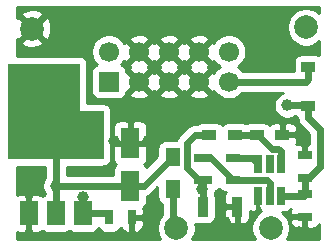
<source format=gbr>
G04 #@! TF.GenerationSoftware,KiCad,Pcbnew,(5.1.5)-3*
G04 #@! TF.CreationDate,2020-11-28T16:28:13+00:00*
G04 #@! TF.ProjectId,Retrospector_Power_Test_TPS561201,52657472-6f73-4706-9563-746f725f506f,rev?*
G04 #@! TF.SameCoordinates,Original*
G04 #@! TF.FileFunction,Copper,L1,Top*
G04 #@! TF.FilePolarity,Positive*
%FSLAX46Y46*%
G04 Gerber Fmt 4.6, Leading zero omitted, Abs format (unit mm)*
G04 Created by KiCad (PCBNEW (5.1.5)-3) date 2020-11-28 16:28:13*
%MOMM*%
%LPD*%
G04 APERTURE LIST*
%ADD10C,0.100000*%
%ADD11R,0.700000X1.300000*%
%ADD12R,0.650000X1.560000*%
%ADD13R,1.600000X0.800000*%
%ADD14R,0.900000X1.700000*%
%ADD15R,1.300000X0.700000*%
%ADD16C,1.700000*%
%ADD17R,1.700000X1.700000*%
%ADD18R,3.800000X2.000000*%
%ADD19R,1.500000X2.000000*%
%ADD20R,1.200000X0.900000*%
%ADD21C,2.000000*%
%ADD22R,1.300000X1.500000*%
%ADD23R,1.600000X2.600000*%
%ADD24C,1.000000*%
%ADD25C,0.600000*%
%ADD26C,0.254000*%
G04 APERTURE END LIST*
D10*
G36*
X91000000Y-58500000D02*
G01*
X93000000Y-58500000D01*
X93000000Y-62500000D01*
X85000000Y-62500000D01*
X85000000Y-54500000D01*
X91000000Y-54500000D01*
X91000000Y-58500000D01*
G37*
X91000000Y-58500000D02*
X93000000Y-58500000D01*
X93000000Y-62500000D01*
X85000000Y-62500000D01*
X85000000Y-54500000D01*
X91000000Y-54500000D01*
X91000000Y-58500000D01*
D11*
X93550000Y-67500000D03*
X95450000Y-67500000D03*
D12*
X106150000Y-65650000D03*
X107100000Y-65650000D03*
X108050000Y-65650000D03*
X108050000Y-62950000D03*
X106150000Y-62950000D03*
X107100000Y-62950000D03*
D13*
X101500000Y-62500000D03*
X101500000Y-64300000D03*
D14*
X101450000Y-66600000D03*
X104350000Y-66600000D03*
D15*
X104000000Y-64350000D03*
X104000000Y-62450000D03*
X110100000Y-64150000D03*
X110100000Y-62250000D03*
X110100000Y-65550000D03*
X110100000Y-67450000D03*
D16*
X103660000Y-53460000D03*
X103660000Y-56000000D03*
X101120000Y-53460000D03*
X101120000Y-56000000D03*
X98580000Y-53460000D03*
X98580000Y-56000000D03*
X96040000Y-53460000D03*
X96040000Y-56000000D03*
X93500000Y-53460000D03*
D17*
X93500000Y-56000000D03*
D18*
X89000000Y-60850000D03*
D19*
X89000000Y-67150000D03*
X91300000Y-67150000D03*
X86700000Y-67150000D03*
D20*
X106000000Y-60500000D03*
X108200000Y-60500000D03*
X102000000Y-60500000D03*
X104200000Y-60500000D03*
D21*
X110200000Y-51400000D03*
X99200000Y-68400000D03*
X107200000Y-68400000D03*
X87000000Y-51500000D03*
D22*
X98900000Y-65050000D03*
X98900000Y-62350000D03*
D20*
X110400000Y-58050000D03*
X110400000Y-54750000D03*
D23*
X95300000Y-64800000D03*
X95300000Y-61200000D03*
D24*
X108600000Y-58000000D03*
X110100000Y-61100000D03*
X109600000Y-68700000D03*
X103300000Y-67900000D03*
X86700000Y-65400000D03*
X86700000Y-69000000D03*
X96800000Y-61000000D03*
X93900000Y-61000000D03*
X95300000Y-59100000D03*
X89000000Y-64800000D03*
X101350000Y-65100000D03*
X91300000Y-65800000D03*
D25*
X110400000Y-64150000D02*
X110100000Y-64150000D01*
X111350000Y-63200000D02*
X110400000Y-64150000D01*
X110400000Y-59100000D02*
X111350000Y-60050000D01*
X111350000Y-60050000D02*
X111350000Y-63200000D01*
X110400000Y-58050000D02*
X110400000Y-59100000D01*
X110100000Y-64150000D02*
X110100000Y-65550000D01*
X110000000Y-65650000D02*
X110100000Y-65550000D01*
X108050000Y-65650000D02*
X110000000Y-65650000D01*
X110350000Y-58000000D02*
X110400000Y-58050000D01*
X108600000Y-58000000D02*
X110350000Y-58000000D01*
X110400000Y-55800000D02*
X110400000Y-54750000D01*
X110200000Y-56000000D02*
X110400000Y-55800000D01*
X103660000Y-56000000D02*
X110200000Y-56000000D01*
X98900000Y-68100000D02*
X99200000Y-68400000D01*
X98900000Y-65050000D02*
X98900000Y-68100000D01*
X89000000Y-60850000D02*
X89000000Y-62450000D01*
X89000000Y-62450000D02*
X89000000Y-64800000D01*
X95300000Y-64800000D02*
X89000000Y-64800000D01*
X89000000Y-64800000D02*
X89000000Y-67150000D01*
X96450000Y-64800000D02*
X98900000Y-62350000D01*
X95300000Y-64800000D02*
X96450000Y-64800000D01*
X101100000Y-64300000D02*
X101500000Y-64300000D01*
X100100000Y-63300000D02*
X101100000Y-64300000D01*
X100100000Y-61200000D02*
X100100000Y-63300000D01*
X100800000Y-60500000D02*
X100100000Y-61200000D01*
X102000000Y-60500000D02*
X100800000Y-60500000D01*
X101500000Y-66550000D02*
X101450000Y-66600000D01*
X101500000Y-64300000D02*
X101500000Y-66550000D01*
X93200000Y-67150000D02*
X93550000Y-67500000D01*
X91300000Y-67150000D02*
X93200000Y-67150000D01*
X91300000Y-65800000D02*
X91300000Y-67150000D01*
X105250000Y-64350000D02*
X104000000Y-64350000D01*
X107100000Y-64594998D02*
X106855002Y-64350000D01*
X106855002Y-64350000D02*
X105250000Y-64350000D01*
X107100000Y-65650000D02*
X107100000Y-64594998D01*
X102150000Y-62500000D02*
X104000000Y-64350000D01*
X101500000Y-62500000D02*
X102150000Y-62500000D01*
X105650000Y-62450000D02*
X106150000Y-62950000D01*
X104000000Y-62450000D02*
X105650000Y-62450000D01*
X104200000Y-60500000D02*
X106000000Y-60500000D01*
X108050000Y-61894998D02*
X108050000Y-62950000D01*
X107825001Y-61669999D02*
X108050000Y-61894998D01*
X106150000Y-60500000D02*
X107319999Y-61669999D01*
X107319999Y-61669999D02*
X107825001Y-61669999D01*
X106000000Y-60500000D02*
X106150000Y-60500000D01*
D26*
G36*
X108860498Y-66855820D02*
G01*
X108824188Y-66975518D01*
X108811928Y-67100000D01*
X108815000Y-67164250D01*
X108973750Y-67323000D01*
X109973000Y-67323000D01*
X109973000Y-67303000D01*
X110227000Y-67303000D01*
X110227000Y-67323000D01*
X110247000Y-67323000D01*
X110247000Y-67577000D01*
X110227000Y-67577000D01*
X110227000Y-68276250D01*
X110385750Y-68435000D01*
X110750000Y-68438072D01*
X110874482Y-68425812D01*
X110994180Y-68389502D01*
X111104494Y-68330537D01*
X111201185Y-68251185D01*
X111280537Y-68154494D01*
X111315000Y-68090019D01*
X111315000Y-69315000D01*
X108555014Y-69315000D01*
X108648918Y-69174463D01*
X108772168Y-68876912D01*
X108835000Y-68561033D01*
X108835000Y-68238967D01*
X108772168Y-67923088D01*
X108721184Y-67800000D01*
X108811928Y-67800000D01*
X108824188Y-67924482D01*
X108860498Y-68044180D01*
X108919463Y-68154494D01*
X108998815Y-68251185D01*
X109095506Y-68330537D01*
X109205820Y-68389502D01*
X109325518Y-68425812D01*
X109450000Y-68438072D01*
X109814250Y-68435000D01*
X109973000Y-68276250D01*
X109973000Y-67577000D01*
X108973750Y-67577000D01*
X108815000Y-67735750D01*
X108811928Y-67800000D01*
X108721184Y-67800000D01*
X108648918Y-67625537D01*
X108469987Y-67357748D01*
X108242252Y-67130013D01*
X108149551Y-67068072D01*
X108375000Y-67068072D01*
X108499482Y-67055812D01*
X108619180Y-67019502D01*
X108729494Y-66960537D01*
X108826185Y-66881185D01*
X108885709Y-66808655D01*
X108860498Y-66855820D01*
G37*
X108860498Y-66855820D02*
X108824188Y-66975518D01*
X108811928Y-67100000D01*
X108815000Y-67164250D01*
X108973750Y-67323000D01*
X109973000Y-67323000D01*
X109973000Y-67303000D01*
X110227000Y-67303000D01*
X110227000Y-67323000D01*
X110247000Y-67323000D01*
X110247000Y-67577000D01*
X110227000Y-67577000D01*
X110227000Y-68276250D01*
X110385750Y-68435000D01*
X110750000Y-68438072D01*
X110874482Y-68425812D01*
X110994180Y-68389502D01*
X111104494Y-68330537D01*
X111201185Y-68251185D01*
X111280537Y-68154494D01*
X111315000Y-68090019D01*
X111315000Y-69315000D01*
X108555014Y-69315000D01*
X108648918Y-69174463D01*
X108772168Y-68876912D01*
X108835000Y-68561033D01*
X108835000Y-68238967D01*
X108772168Y-67923088D01*
X108721184Y-67800000D01*
X108811928Y-67800000D01*
X108824188Y-67924482D01*
X108860498Y-68044180D01*
X108919463Y-68154494D01*
X108998815Y-68251185D01*
X109095506Y-68330537D01*
X109205820Y-68389502D01*
X109325518Y-68425812D01*
X109450000Y-68438072D01*
X109814250Y-68435000D01*
X109973000Y-68276250D01*
X109973000Y-67577000D01*
X108973750Y-67577000D01*
X108815000Y-67735750D01*
X108811928Y-67800000D01*
X108721184Y-67800000D01*
X108648918Y-67625537D01*
X108469987Y-67357748D01*
X108242252Y-67130013D01*
X108149551Y-67068072D01*
X108375000Y-67068072D01*
X108499482Y-67055812D01*
X108619180Y-67019502D01*
X108729494Y-66960537D01*
X108826185Y-66881185D01*
X108885709Y-66808655D01*
X108860498Y-66855820D01*
G36*
X88065001Y-64156380D02*
G01*
X87994176Y-64262376D01*
X87908617Y-64468933D01*
X87865000Y-64688212D01*
X87865000Y-64911788D01*
X87908617Y-65131067D01*
X87994176Y-65337624D01*
X88065000Y-65443620D01*
X88065000Y-65542546D01*
X88005820Y-65560498D01*
X87895506Y-65619463D01*
X87850000Y-65656809D01*
X87804494Y-65619463D01*
X87694180Y-65560498D01*
X87574482Y-65524188D01*
X87450000Y-65511928D01*
X86985750Y-65515000D01*
X86827000Y-65673750D01*
X86827000Y-67023000D01*
X86847000Y-67023000D01*
X86847000Y-67277000D01*
X86827000Y-67277000D01*
X86827000Y-68626250D01*
X86985750Y-68785000D01*
X87450000Y-68788072D01*
X87574482Y-68775812D01*
X87694180Y-68739502D01*
X87804494Y-68680537D01*
X87850000Y-68643191D01*
X87895506Y-68680537D01*
X88005820Y-68739502D01*
X88125518Y-68775812D01*
X88250000Y-68788072D01*
X89750000Y-68788072D01*
X89874482Y-68775812D01*
X89994180Y-68739502D01*
X90104494Y-68680537D01*
X90150000Y-68643191D01*
X90195506Y-68680537D01*
X90305820Y-68739502D01*
X90425518Y-68775812D01*
X90550000Y-68788072D01*
X92050000Y-68788072D01*
X92174482Y-68775812D01*
X92294180Y-68739502D01*
X92404494Y-68680537D01*
X92501185Y-68601185D01*
X92580537Y-68504494D01*
X92625000Y-68421311D01*
X92669463Y-68504494D01*
X92748815Y-68601185D01*
X92845506Y-68680537D01*
X92955820Y-68739502D01*
X93075518Y-68775812D01*
X93200000Y-68788072D01*
X93900000Y-68788072D01*
X94024482Y-68775812D01*
X94144180Y-68739502D01*
X94254494Y-68680537D01*
X94351185Y-68601185D01*
X94430537Y-68504494D01*
X94489502Y-68394180D01*
X94500000Y-68359573D01*
X94510498Y-68394180D01*
X94569463Y-68504494D01*
X94648815Y-68601185D01*
X94745506Y-68680537D01*
X94855820Y-68739502D01*
X94975518Y-68775812D01*
X95100000Y-68788072D01*
X95164250Y-68785000D01*
X95323000Y-68626250D01*
X95323000Y-67627000D01*
X95577000Y-67627000D01*
X95577000Y-68626250D01*
X95735750Y-68785000D01*
X95800000Y-68788072D01*
X95924482Y-68775812D01*
X96044180Y-68739502D01*
X96154494Y-68680537D01*
X96251185Y-68601185D01*
X96330537Y-68504494D01*
X96389502Y-68394180D01*
X96425812Y-68274482D01*
X96438072Y-68150000D01*
X96435000Y-67785750D01*
X96276250Y-67627000D01*
X95577000Y-67627000D01*
X95323000Y-67627000D01*
X95303000Y-67627000D01*
X95303000Y-67373000D01*
X95323000Y-67373000D01*
X95323000Y-67353000D01*
X95577000Y-67353000D01*
X95577000Y-67373000D01*
X96276250Y-67373000D01*
X96435000Y-67214250D01*
X96438072Y-66850000D01*
X96425812Y-66725518D01*
X96405022Y-66656981D01*
X96454494Y-66630537D01*
X96551185Y-66551185D01*
X96630537Y-66454494D01*
X96689502Y-66344180D01*
X96725812Y-66224482D01*
X96738072Y-66100000D01*
X96738072Y-65689686D01*
X96809540Y-65668007D01*
X96971972Y-65581186D01*
X97114344Y-65464344D01*
X97143630Y-65428659D01*
X97611928Y-64960361D01*
X97611928Y-65800000D01*
X97624188Y-65924482D01*
X97660498Y-66044180D01*
X97719463Y-66154494D01*
X97798815Y-66251185D01*
X97895506Y-66330537D01*
X97965000Y-66367683D01*
X97965001Y-67322760D01*
X97930013Y-67357748D01*
X97751082Y-67625537D01*
X97627832Y-67923088D01*
X97565000Y-68238967D01*
X97565000Y-68561033D01*
X97627832Y-68876912D01*
X97751082Y-69174463D01*
X97844986Y-69315000D01*
X85685000Y-69315000D01*
X85685000Y-68728373D01*
X85705820Y-68739502D01*
X85825518Y-68775812D01*
X85950000Y-68788072D01*
X86414250Y-68785000D01*
X86573000Y-68626250D01*
X86573000Y-67277000D01*
X86553000Y-67277000D01*
X86553000Y-67023000D01*
X86573000Y-67023000D01*
X86573000Y-65673750D01*
X86414250Y-65515000D01*
X85950000Y-65511928D01*
X85825518Y-65524188D01*
X85705820Y-65560498D01*
X85685000Y-65571627D01*
X85685000Y-63185000D01*
X88065000Y-63185000D01*
X88065001Y-64156380D01*
G37*
X88065001Y-64156380D02*
X87994176Y-64262376D01*
X87908617Y-64468933D01*
X87865000Y-64688212D01*
X87865000Y-64911788D01*
X87908617Y-65131067D01*
X87994176Y-65337624D01*
X88065000Y-65443620D01*
X88065000Y-65542546D01*
X88005820Y-65560498D01*
X87895506Y-65619463D01*
X87850000Y-65656809D01*
X87804494Y-65619463D01*
X87694180Y-65560498D01*
X87574482Y-65524188D01*
X87450000Y-65511928D01*
X86985750Y-65515000D01*
X86827000Y-65673750D01*
X86827000Y-67023000D01*
X86847000Y-67023000D01*
X86847000Y-67277000D01*
X86827000Y-67277000D01*
X86827000Y-68626250D01*
X86985750Y-68785000D01*
X87450000Y-68788072D01*
X87574482Y-68775812D01*
X87694180Y-68739502D01*
X87804494Y-68680537D01*
X87850000Y-68643191D01*
X87895506Y-68680537D01*
X88005820Y-68739502D01*
X88125518Y-68775812D01*
X88250000Y-68788072D01*
X89750000Y-68788072D01*
X89874482Y-68775812D01*
X89994180Y-68739502D01*
X90104494Y-68680537D01*
X90150000Y-68643191D01*
X90195506Y-68680537D01*
X90305820Y-68739502D01*
X90425518Y-68775812D01*
X90550000Y-68788072D01*
X92050000Y-68788072D01*
X92174482Y-68775812D01*
X92294180Y-68739502D01*
X92404494Y-68680537D01*
X92501185Y-68601185D01*
X92580537Y-68504494D01*
X92625000Y-68421311D01*
X92669463Y-68504494D01*
X92748815Y-68601185D01*
X92845506Y-68680537D01*
X92955820Y-68739502D01*
X93075518Y-68775812D01*
X93200000Y-68788072D01*
X93900000Y-68788072D01*
X94024482Y-68775812D01*
X94144180Y-68739502D01*
X94254494Y-68680537D01*
X94351185Y-68601185D01*
X94430537Y-68504494D01*
X94489502Y-68394180D01*
X94500000Y-68359573D01*
X94510498Y-68394180D01*
X94569463Y-68504494D01*
X94648815Y-68601185D01*
X94745506Y-68680537D01*
X94855820Y-68739502D01*
X94975518Y-68775812D01*
X95100000Y-68788072D01*
X95164250Y-68785000D01*
X95323000Y-68626250D01*
X95323000Y-67627000D01*
X95577000Y-67627000D01*
X95577000Y-68626250D01*
X95735750Y-68785000D01*
X95800000Y-68788072D01*
X95924482Y-68775812D01*
X96044180Y-68739502D01*
X96154494Y-68680537D01*
X96251185Y-68601185D01*
X96330537Y-68504494D01*
X96389502Y-68394180D01*
X96425812Y-68274482D01*
X96438072Y-68150000D01*
X96435000Y-67785750D01*
X96276250Y-67627000D01*
X95577000Y-67627000D01*
X95323000Y-67627000D01*
X95303000Y-67627000D01*
X95303000Y-67373000D01*
X95323000Y-67373000D01*
X95323000Y-67353000D01*
X95577000Y-67353000D01*
X95577000Y-67373000D01*
X96276250Y-67373000D01*
X96435000Y-67214250D01*
X96438072Y-66850000D01*
X96425812Y-66725518D01*
X96405022Y-66656981D01*
X96454494Y-66630537D01*
X96551185Y-66551185D01*
X96630537Y-66454494D01*
X96689502Y-66344180D01*
X96725812Y-66224482D01*
X96738072Y-66100000D01*
X96738072Y-65689686D01*
X96809540Y-65668007D01*
X96971972Y-65581186D01*
X97114344Y-65464344D01*
X97143630Y-65428659D01*
X97611928Y-64960361D01*
X97611928Y-65800000D01*
X97624188Y-65924482D01*
X97660498Y-66044180D01*
X97719463Y-66154494D01*
X97798815Y-66251185D01*
X97895506Y-66330537D01*
X97965000Y-66367683D01*
X97965001Y-67322760D01*
X97930013Y-67357748D01*
X97751082Y-67625537D01*
X97627832Y-67923088D01*
X97565000Y-68238967D01*
X97565000Y-68561033D01*
X97627832Y-68876912D01*
X97751082Y-69174463D01*
X97844986Y-69315000D01*
X85685000Y-69315000D01*
X85685000Y-68728373D01*
X85705820Y-68739502D01*
X85825518Y-68775812D01*
X85950000Y-68788072D01*
X86414250Y-68785000D01*
X86573000Y-68626250D01*
X86573000Y-67277000D01*
X86553000Y-67277000D01*
X86553000Y-67023000D01*
X86573000Y-67023000D01*
X86573000Y-65673750D01*
X86414250Y-65515000D01*
X85950000Y-65511928D01*
X85825518Y-65524188D01*
X85705820Y-65560498D01*
X85685000Y-65571627D01*
X85685000Y-63185000D01*
X88065000Y-63185000D01*
X88065001Y-64156380D01*
G36*
X102898815Y-65151185D02*
G01*
X102995506Y-65230537D01*
X103105820Y-65289502D01*
X103225518Y-65325812D01*
X103350000Y-65338072D01*
X103416598Y-65338072D01*
X103369463Y-65395506D01*
X103310498Y-65505820D01*
X103274188Y-65625518D01*
X103261928Y-65750000D01*
X103265000Y-66314250D01*
X103423750Y-66473000D01*
X104223000Y-66473000D01*
X104223000Y-66453000D01*
X104477000Y-66453000D01*
X104477000Y-66473000D01*
X104497000Y-66473000D01*
X104497000Y-66727000D01*
X104477000Y-66727000D01*
X104477000Y-67926250D01*
X104635750Y-68085000D01*
X104800000Y-68088072D01*
X104924482Y-68075812D01*
X105044180Y-68039502D01*
X105154494Y-67980537D01*
X105251185Y-67901185D01*
X105330537Y-67804494D01*
X105389502Y-67694180D01*
X105425812Y-67574482D01*
X105438072Y-67450000D01*
X105435250Y-66931603D01*
X105470506Y-66960537D01*
X105580820Y-67019502D01*
X105700518Y-67055812D01*
X105825000Y-67068072D01*
X105864250Y-67065000D01*
X106023000Y-66906250D01*
X106023000Y-65777000D01*
X106003000Y-65777000D01*
X106003000Y-65523000D01*
X106023000Y-65523000D01*
X106023000Y-65503000D01*
X106136928Y-65503000D01*
X106136928Y-66430000D01*
X106149188Y-66554482D01*
X106185498Y-66674180D01*
X106244463Y-66784494D01*
X106277000Y-66824141D01*
X106277000Y-66906250D01*
X106363370Y-66992620D01*
X106157748Y-67130013D01*
X105930013Y-67357748D01*
X105751082Y-67625537D01*
X105627832Y-67923088D01*
X105565000Y-68238967D01*
X105565000Y-68561033D01*
X105627832Y-68876912D01*
X105751082Y-69174463D01*
X105844986Y-69315000D01*
X100555014Y-69315000D01*
X100648918Y-69174463D01*
X100772168Y-68876912D01*
X100835000Y-68561033D01*
X100835000Y-68238967D01*
X100797861Y-68052255D01*
X100875518Y-68075812D01*
X101000000Y-68088072D01*
X101900000Y-68088072D01*
X102024482Y-68075812D01*
X102144180Y-68039502D01*
X102254494Y-67980537D01*
X102351185Y-67901185D01*
X102430537Y-67804494D01*
X102489502Y-67694180D01*
X102525812Y-67574482D01*
X102538072Y-67450000D01*
X103261928Y-67450000D01*
X103274188Y-67574482D01*
X103310498Y-67694180D01*
X103369463Y-67804494D01*
X103448815Y-67901185D01*
X103545506Y-67980537D01*
X103655820Y-68039502D01*
X103775518Y-68075812D01*
X103900000Y-68088072D01*
X104064250Y-68085000D01*
X104223000Y-67926250D01*
X104223000Y-66727000D01*
X103423750Y-66727000D01*
X103265000Y-66885750D01*
X103261928Y-67450000D01*
X102538072Y-67450000D01*
X102538072Y-65750000D01*
X102525812Y-65625518D01*
X102489502Y-65505820D01*
X102443597Y-65419938D01*
X102464749Y-65313597D01*
X102544180Y-65289502D01*
X102654494Y-65230537D01*
X102751185Y-65151185D01*
X102825000Y-65061241D01*
X102898815Y-65151185D01*
G37*
X102898815Y-65151185D02*
X102995506Y-65230537D01*
X103105820Y-65289502D01*
X103225518Y-65325812D01*
X103350000Y-65338072D01*
X103416598Y-65338072D01*
X103369463Y-65395506D01*
X103310498Y-65505820D01*
X103274188Y-65625518D01*
X103261928Y-65750000D01*
X103265000Y-66314250D01*
X103423750Y-66473000D01*
X104223000Y-66473000D01*
X104223000Y-66453000D01*
X104477000Y-66453000D01*
X104477000Y-66473000D01*
X104497000Y-66473000D01*
X104497000Y-66727000D01*
X104477000Y-66727000D01*
X104477000Y-67926250D01*
X104635750Y-68085000D01*
X104800000Y-68088072D01*
X104924482Y-68075812D01*
X105044180Y-68039502D01*
X105154494Y-67980537D01*
X105251185Y-67901185D01*
X105330537Y-67804494D01*
X105389502Y-67694180D01*
X105425812Y-67574482D01*
X105438072Y-67450000D01*
X105435250Y-66931603D01*
X105470506Y-66960537D01*
X105580820Y-67019502D01*
X105700518Y-67055812D01*
X105825000Y-67068072D01*
X105864250Y-67065000D01*
X106023000Y-66906250D01*
X106023000Y-65777000D01*
X106003000Y-65777000D01*
X106003000Y-65523000D01*
X106023000Y-65523000D01*
X106023000Y-65503000D01*
X106136928Y-65503000D01*
X106136928Y-66430000D01*
X106149188Y-66554482D01*
X106185498Y-66674180D01*
X106244463Y-66784494D01*
X106277000Y-66824141D01*
X106277000Y-66906250D01*
X106363370Y-66992620D01*
X106157748Y-67130013D01*
X105930013Y-67357748D01*
X105751082Y-67625537D01*
X105627832Y-67923088D01*
X105565000Y-68238967D01*
X105565000Y-68561033D01*
X105627832Y-68876912D01*
X105751082Y-69174463D01*
X105844986Y-69315000D01*
X100555014Y-69315000D01*
X100648918Y-69174463D01*
X100772168Y-68876912D01*
X100835000Y-68561033D01*
X100835000Y-68238967D01*
X100797861Y-68052255D01*
X100875518Y-68075812D01*
X101000000Y-68088072D01*
X101900000Y-68088072D01*
X102024482Y-68075812D01*
X102144180Y-68039502D01*
X102254494Y-67980537D01*
X102351185Y-67901185D01*
X102430537Y-67804494D01*
X102489502Y-67694180D01*
X102525812Y-67574482D01*
X102538072Y-67450000D01*
X103261928Y-67450000D01*
X103274188Y-67574482D01*
X103310498Y-67694180D01*
X103369463Y-67804494D01*
X103448815Y-67901185D01*
X103545506Y-67980537D01*
X103655820Y-68039502D01*
X103775518Y-68075812D01*
X103900000Y-68088072D01*
X104064250Y-68085000D01*
X104223000Y-67926250D01*
X104223000Y-66727000D01*
X103423750Y-66727000D01*
X103265000Y-66885750D01*
X103261928Y-67450000D01*
X102538072Y-67450000D01*
X102538072Y-65750000D01*
X102525812Y-65625518D01*
X102489502Y-65505820D01*
X102443597Y-65419938D01*
X102464749Y-65313597D01*
X102544180Y-65289502D01*
X102654494Y-65230537D01*
X102751185Y-65151185D01*
X102825000Y-65061241D01*
X102898815Y-65151185D01*
G36*
X111315001Y-50202762D02*
G01*
X111242252Y-50130013D01*
X110974463Y-49951082D01*
X110676912Y-49827832D01*
X110361033Y-49765000D01*
X110038967Y-49765000D01*
X109723088Y-49827832D01*
X109425537Y-49951082D01*
X109157748Y-50130013D01*
X108930013Y-50357748D01*
X108751082Y-50625537D01*
X108627832Y-50923088D01*
X108565000Y-51238967D01*
X108565000Y-51561033D01*
X108627832Y-51876912D01*
X108751082Y-52174463D01*
X108930013Y-52442252D01*
X109157748Y-52669987D01*
X109425537Y-52848918D01*
X109723088Y-52972168D01*
X110038967Y-53035000D01*
X110361033Y-53035000D01*
X110676912Y-52972168D01*
X110974463Y-52848918D01*
X111242252Y-52669987D01*
X111315001Y-52597238D01*
X111315001Y-53748353D01*
X111244180Y-53710498D01*
X111124482Y-53674188D01*
X111000000Y-53661928D01*
X109800000Y-53661928D01*
X109675518Y-53674188D01*
X109555820Y-53710498D01*
X109445506Y-53769463D01*
X109348815Y-53848815D01*
X109269463Y-53945506D01*
X109210498Y-54055820D01*
X109174188Y-54175518D01*
X109161928Y-54300000D01*
X109161928Y-55065000D01*
X104821247Y-55065000D01*
X104813475Y-55053368D01*
X104606632Y-54846525D01*
X104432240Y-54730000D01*
X104606632Y-54613475D01*
X104813475Y-54406632D01*
X104975990Y-54163411D01*
X105087932Y-53893158D01*
X105145000Y-53606260D01*
X105145000Y-53313740D01*
X105087932Y-53026842D01*
X104975990Y-52756589D01*
X104813475Y-52513368D01*
X104606632Y-52306525D01*
X104363411Y-52144010D01*
X104093158Y-52032068D01*
X103806260Y-51975000D01*
X103513740Y-51975000D01*
X103226842Y-52032068D01*
X102956589Y-52144010D01*
X102713368Y-52306525D01*
X102506525Y-52513368D01*
X102390689Y-52686729D01*
X102148397Y-52611208D01*
X101299605Y-53460000D01*
X102148397Y-54308792D01*
X102390689Y-54233271D01*
X102506525Y-54406632D01*
X102713368Y-54613475D01*
X102887760Y-54730000D01*
X102713368Y-54846525D01*
X102506525Y-55053368D01*
X102390689Y-55226729D01*
X102148397Y-55151208D01*
X101299605Y-56000000D01*
X102148397Y-56848792D01*
X102390689Y-56773271D01*
X102506525Y-56946632D01*
X102713368Y-57153475D01*
X102956589Y-57315990D01*
X103226842Y-57427932D01*
X103513740Y-57485000D01*
X103806260Y-57485000D01*
X104093158Y-57427932D01*
X104363411Y-57315990D01*
X104606632Y-57153475D01*
X104813475Y-56946632D01*
X104821247Y-56935000D01*
X108205239Y-56935000D01*
X108062376Y-56994176D01*
X107876480Y-57118388D01*
X107718388Y-57276480D01*
X107594176Y-57462376D01*
X107508617Y-57668933D01*
X107465000Y-57888212D01*
X107465000Y-58111788D01*
X107508617Y-58331067D01*
X107594176Y-58537624D01*
X107718388Y-58723520D01*
X107876480Y-58881612D01*
X108062376Y-59005824D01*
X108268933Y-59091383D01*
X108488212Y-59135000D01*
X108711788Y-59135000D01*
X108931067Y-59091383D01*
X109137624Y-59005824D01*
X109243619Y-58935000D01*
X109335532Y-58935000D01*
X109348815Y-58951185D01*
X109445506Y-59030537D01*
X109465001Y-59040957D01*
X109465001Y-59054059D01*
X109460476Y-59100000D01*
X109478529Y-59283291D01*
X109513573Y-59398815D01*
X109531994Y-59459540D01*
X109618815Y-59621972D01*
X109735657Y-59764344D01*
X109771336Y-59793625D01*
X110415000Y-60437289D01*
X110415000Y-61264753D01*
X110385750Y-61265000D01*
X110227000Y-61423750D01*
X110227000Y-62123000D01*
X110247000Y-62123000D01*
X110247000Y-62377000D01*
X110227000Y-62377000D01*
X110227000Y-62397000D01*
X109973000Y-62397000D01*
X109973000Y-62377000D01*
X109953000Y-62377000D01*
X109953000Y-62123000D01*
X109973000Y-62123000D01*
X109973000Y-61423750D01*
X109814250Y-61265000D01*
X109450000Y-61261928D01*
X109347915Y-61271982D01*
X109389502Y-61194180D01*
X109425812Y-61074482D01*
X109438072Y-60950000D01*
X109435000Y-60785750D01*
X109276250Y-60627000D01*
X108327000Y-60627000D01*
X108327000Y-60647000D01*
X108073000Y-60647000D01*
X108073000Y-60627000D01*
X108053000Y-60627000D01*
X108053000Y-60373000D01*
X108073000Y-60373000D01*
X108073000Y-59573750D01*
X108327000Y-59573750D01*
X108327000Y-60373000D01*
X109276250Y-60373000D01*
X109435000Y-60214250D01*
X109438072Y-60050000D01*
X109425812Y-59925518D01*
X109389502Y-59805820D01*
X109330537Y-59695506D01*
X109251185Y-59598815D01*
X109154494Y-59519463D01*
X109044180Y-59460498D01*
X108924482Y-59424188D01*
X108800000Y-59411928D01*
X108485750Y-59415000D01*
X108327000Y-59573750D01*
X108073000Y-59573750D01*
X107914250Y-59415000D01*
X107600000Y-59411928D01*
X107475518Y-59424188D01*
X107355820Y-59460498D01*
X107245506Y-59519463D01*
X107148815Y-59598815D01*
X107100000Y-59658296D01*
X107051185Y-59598815D01*
X106954494Y-59519463D01*
X106844180Y-59460498D01*
X106724482Y-59424188D01*
X106600000Y-59411928D01*
X105400000Y-59411928D01*
X105275518Y-59424188D01*
X105155820Y-59460498D01*
X105100000Y-59490335D01*
X105044180Y-59460498D01*
X104924482Y-59424188D01*
X104800000Y-59411928D01*
X103600000Y-59411928D01*
X103475518Y-59424188D01*
X103355820Y-59460498D01*
X103245506Y-59519463D01*
X103148815Y-59598815D01*
X103100000Y-59658296D01*
X103051185Y-59598815D01*
X102954494Y-59519463D01*
X102844180Y-59460498D01*
X102724482Y-59424188D01*
X102600000Y-59411928D01*
X101400000Y-59411928D01*
X101275518Y-59424188D01*
X101155820Y-59460498D01*
X101045506Y-59519463D01*
X100990019Y-59565000D01*
X100845924Y-59565000D01*
X100799999Y-59560477D01*
X100754074Y-59565000D01*
X100754068Y-59565000D01*
X100635110Y-59576717D01*
X100616707Y-59578529D01*
X100563243Y-59594747D01*
X100440460Y-59631993D01*
X100278028Y-59718814D01*
X100135656Y-59835656D01*
X100106374Y-59871336D01*
X99471341Y-60506370D01*
X99435656Y-60535656D01*
X99318814Y-60678029D01*
X99231993Y-60840461D01*
X99195147Y-60961928D01*
X98250000Y-60961928D01*
X98125518Y-60974188D01*
X98005820Y-61010498D01*
X97895506Y-61069463D01*
X97798815Y-61148815D01*
X97719463Y-61245506D01*
X97660498Y-61355820D01*
X97624188Y-61475518D01*
X97611928Y-61600000D01*
X97611928Y-62315782D01*
X96683367Y-63244343D01*
X96630537Y-63145506D01*
X96551185Y-63048815D01*
X96491704Y-63000000D01*
X96551185Y-62951185D01*
X96630537Y-62854494D01*
X96689502Y-62744180D01*
X96725812Y-62624482D01*
X96738072Y-62500000D01*
X96735000Y-61485750D01*
X96576250Y-61327000D01*
X95427000Y-61327000D01*
X95427000Y-61347000D01*
X95173000Y-61347000D01*
X95173000Y-61327000D01*
X94023750Y-61327000D01*
X93865000Y-61485750D01*
X93861928Y-62500000D01*
X93874188Y-62624482D01*
X93910498Y-62744180D01*
X93969463Y-62854494D01*
X94048815Y-62951185D01*
X94108296Y-63000000D01*
X94048815Y-63048815D01*
X93969463Y-63145506D01*
X93910498Y-63255820D01*
X93874188Y-63375518D01*
X93861928Y-63500000D01*
X93861928Y-63865000D01*
X89935000Y-63865000D01*
X89935000Y-63185000D01*
X93000000Y-63185000D01*
X93064145Y-63178710D01*
X93128356Y-63172867D01*
X93130662Y-63172188D01*
X93133051Y-63171954D01*
X93194723Y-63153334D01*
X93256606Y-63135121D01*
X93258736Y-63134008D01*
X93261033Y-63133314D01*
X93317886Y-63103084D01*
X93375081Y-63073184D01*
X93376955Y-63071677D01*
X93379073Y-63070551D01*
X93428986Y-63029843D01*
X93479269Y-62989414D01*
X93480813Y-62987573D01*
X93482674Y-62986056D01*
X93523766Y-62936384D01*
X93565203Y-62887002D01*
X93566360Y-62884898D01*
X93567891Y-62883047D01*
X93598541Y-62826361D01*
X93629608Y-62769850D01*
X93630335Y-62767558D01*
X93631476Y-62765448D01*
X93650524Y-62703916D01*
X93670031Y-62642420D01*
X93670299Y-62640032D01*
X93671009Y-62637738D01*
X93677746Y-62573634D01*
X93684933Y-62509564D01*
X93684965Y-62504950D01*
X93684983Y-62504782D01*
X93684968Y-62504614D01*
X93685000Y-62500000D01*
X93685000Y-59900000D01*
X93861928Y-59900000D01*
X93865000Y-60914250D01*
X94023750Y-61073000D01*
X95173000Y-61073000D01*
X95173000Y-59423750D01*
X95427000Y-59423750D01*
X95427000Y-61073000D01*
X96576250Y-61073000D01*
X96735000Y-60914250D01*
X96738072Y-59900000D01*
X96725812Y-59775518D01*
X96689502Y-59655820D01*
X96630537Y-59545506D01*
X96551185Y-59448815D01*
X96454494Y-59369463D01*
X96344180Y-59310498D01*
X96224482Y-59274188D01*
X96100000Y-59261928D01*
X95585750Y-59265000D01*
X95427000Y-59423750D01*
X95173000Y-59423750D01*
X95014250Y-59265000D01*
X94500000Y-59261928D01*
X94375518Y-59274188D01*
X94255820Y-59310498D01*
X94145506Y-59369463D01*
X94048815Y-59448815D01*
X93969463Y-59545506D01*
X93910498Y-59655820D01*
X93874188Y-59775518D01*
X93861928Y-59900000D01*
X93685000Y-59900000D01*
X93685000Y-58500000D01*
X93678710Y-58435855D01*
X93672867Y-58371644D01*
X93672188Y-58369338D01*
X93671954Y-58366949D01*
X93653334Y-58305277D01*
X93635121Y-58243394D01*
X93634008Y-58241264D01*
X93633314Y-58238967D01*
X93603084Y-58182114D01*
X93573184Y-58124919D01*
X93571677Y-58123045D01*
X93570551Y-58120927D01*
X93529843Y-58071014D01*
X93489414Y-58020731D01*
X93487573Y-58019187D01*
X93486056Y-58017326D01*
X93436384Y-57976234D01*
X93387002Y-57934797D01*
X93384898Y-57933640D01*
X93383047Y-57932109D01*
X93326361Y-57901459D01*
X93269850Y-57870392D01*
X93267558Y-57869665D01*
X93265448Y-57868524D01*
X93203916Y-57849476D01*
X93142420Y-57829969D01*
X93140032Y-57829701D01*
X93137738Y-57828991D01*
X93073634Y-57822254D01*
X93009564Y-57815067D01*
X93004950Y-57815035D01*
X93004782Y-57815017D01*
X93004614Y-57815032D01*
X93000000Y-57815000D01*
X91685000Y-57815000D01*
X91685000Y-55150000D01*
X92011928Y-55150000D01*
X92011928Y-56850000D01*
X92024188Y-56974482D01*
X92060498Y-57094180D01*
X92119463Y-57204494D01*
X92198815Y-57301185D01*
X92295506Y-57380537D01*
X92405820Y-57439502D01*
X92525518Y-57475812D01*
X92650000Y-57488072D01*
X94350000Y-57488072D01*
X94474482Y-57475812D01*
X94594180Y-57439502D01*
X94704494Y-57380537D01*
X94801185Y-57301185D01*
X94880537Y-57204494D01*
X94939502Y-57094180D01*
X94959457Y-57028397D01*
X95191208Y-57028397D01*
X95268843Y-57277472D01*
X95532883Y-57403371D01*
X95816411Y-57475339D01*
X96108531Y-57490611D01*
X96398019Y-57448599D01*
X96673747Y-57350919D01*
X96811157Y-57277472D01*
X96888792Y-57028397D01*
X97731208Y-57028397D01*
X97808843Y-57277472D01*
X98072883Y-57403371D01*
X98356411Y-57475339D01*
X98648531Y-57490611D01*
X98938019Y-57448599D01*
X99213747Y-57350919D01*
X99351157Y-57277472D01*
X99428792Y-57028397D01*
X100271208Y-57028397D01*
X100348843Y-57277472D01*
X100612883Y-57403371D01*
X100896411Y-57475339D01*
X101188531Y-57490611D01*
X101478019Y-57448599D01*
X101753747Y-57350919D01*
X101891157Y-57277472D01*
X101968792Y-57028397D01*
X101120000Y-56179605D01*
X100271208Y-57028397D01*
X99428792Y-57028397D01*
X98580000Y-56179605D01*
X97731208Y-57028397D01*
X96888792Y-57028397D01*
X96040000Y-56179605D01*
X95191208Y-57028397D01*
X94959457Y-57028397D01*
X94975812Y-56974482D01*
X94988072Y-56850000D01*
X94988072Y-56841458D01*
X95011603Y-56848792D01*
X95860395Y-56000000D01*
X96219605Y-56000000D01*
X97068397Y-56848792D01*
X97310000Y-56773486D01*
X97551603Y-56848792D01*
X98400395Y-56000000D01*
X98759605Y-56000000D01*
X99608397Y-56848792D01*
X99850000Y-56773486D01*
X100091603Y-56848792D01*
X100940395Y-56000000D01*
X100091603Y-55151208D01*
X99850000Y-55226514D01*
X99608397Y-55151208D01*
X98759605Y-56000000D01*
X98400395Y-56000000D01*
X97551603Y-55151208D01*
X97310000Y-55226514D01*
X97068397Y-55151208D01*
X96219605Y-56000000D01*
X95860395Y-56000000D01*
X95011603Y-55151208D01*
X94988072Y-55158542D01*
X94988072Y-55150000D01*
X94975812Y-55025518D01*
X94939502Y-54905820D01*
X94880537Y-54795506D01*
X94801185Y-54698815D01*
X94704494Y-54619463D01*
X94594180Y-54560498D01*
X94521620Y-54538487D01*
X94571710Y-54488397D01*
X95191208Y-54488397D01*
X95266514Y-54730000D01*
X95191208Y-54971603D01*
X96040000Y-55820395D01*
X96888792Y-54971603D01*
X96813486Y-54730000D01*
X96888792Y-54488397D01*
X97731208Y-54488397D01*
X97806514Y-54730000D01*
X97731208Y-54971603D01*
X98580000Y-55820395D01*
X99428792Y-54971603D01*
X99353486Y-54730000D01*
X99428792Y-54488397D01*
X100271208Y-54488397D01*
X100346514Y-54730000D01*
X100271208Y-54971603D01*
X101120000Y-55820395D01*
X101968792Y-54971603D01*
X101893486Y-54730000D01*
X101968792Y-54488397D01*
X101120000Y-53639605D01*
X100271208Y-54488397D01*
X99428792Y-54488397D01*
X98580000Y-53639605D01*
X97731208Y-54488397D01*
X96888792Y-54488397D01*
X96040000Y-53639605D01*
X95191208Y-54488397D01*
X94571710Y-54488397D01*
X94653475Y-54406632D01*
X94769311Y-54233271D01*
X95011603Y-54308792D01*
X95860395Y-53460000D01*
X96219605Y-53460000D01*
X97068397Y-54308792D01*
X97310000Y-54233486D01*
X97551603Y-54308792D01*
X98400395Y-53460000D01*
X98759605Y-53460000D01*
X99608397Y-54308792D01*
X99850000Y-54233486D01*
X100091603Y-54308792D01*
X100940395Y-53460000D01*
X100091603Y-52611208D01*
X99850000Y-52686514D01*
X99608397Y-52611208D01*
X98759605Y-53460000D01*
X98400395Y-53460000D01*
X97551603Y-52611208D01*
X97310000Y-52686514D01*
X97068397Y-52611208D01*
X96219605Y-53460000D01*
X95860395Y-53460000D01*
X95011603Y-52611208D01*
X94769311Y-52686729D01*
X94653475Y-52513368D01*
X94571710Y-52431603D01*
X95191208Y-52431603D01*
X96040000Y-53280395D01*
X96888792Y-52431603D01*
X97731208Y-52431603D01*
X98580000Y-53280395D01*
X99428792Y-52431603D01*
X100271208Y-52431603D01*
X101120000Y-53280395D01*
X101968792Y-52431603D01*
X101891157Y-52182528D01*
X101627117Y-52056629D01*
X101343589Y-51984661D01*
X101051469Y-51969389D01*
X100761981Y-52011401D01*
X100486253Y-52109081D01*
X100348843Y-52182528D01*
X100271208Y-52431603D01*
X99428792Y-52431603D01*
X99351157Y-52182528D01*
X99087117Y-52056629D01*
X98803589Y-51984661D01*
X98511469Y-51969389D01*
X98221981Y-52011401D01*
X97946253Y-52109081D01*
X97808843Y-52182528D01*
X97731208Y-52431603D01*
X96888792Y-52431603D01*
X96811157Y-52182528D01*
X96547117Y-52056629D01*
X96263589Y-51984661D01*
X95971469Y-51969389D01*
X95681981Y-52011401D01*
X95406253Y-52109081D01*
X95268843Y-52182528D01*
X95191208Y-52431603D01*
X94571710Y-52431603D01*
X94446632Y-52306525D01*
X94203411Y-52144010D01*
X93933158Y-52032068D01*
X93646260Y-51975000D01*
X93353740Y-51975000D01*
X93066842Y-52032068D01*
X92796589Y-52144010D01*
X92553368Y-52306525D01*
X92346525Y-52513368D01*
X92184010Y-52756589D01*
X92072068Y-53026842D01*
X92015000Y-53313740D01*
X92015000Y-53606260D01*
X92072068Y-53893158D01*
X92184010Y-54163411D01*
X92346525Y-54406632D01*
X92478380Y-54538487D01*
X92405820Y-54560498D01*
X92295506Y-54619463D01*
X92198815Y-54698815D01*
X92119463Y-54795506D01*
X92060498Y-54905820D01*
X92024188Y-55025518D01*
X92011928Y-55150000D01*
X91685000Y-55150000D01*
X91685000Y-54500000D01*
X91678710Y-54435855D01*
X91672867Y-54371644D01*
X91672188Y-54369338D01*
X91671954Y-54366949D01*
X91653334Y-54305277D01*
X91635121Y-54243394D01*
X91634008Y-54241264D01*
X91633314Y-54238967D01*
X91603084Y-54182114D01*
X91573184Y-54124919D01*
X91571677Y-54123045D01*
X91570551Y-54120927D01*
X91529843Y-54071014D01*
X91489414Y-54020731D01*
X91487573Y-54019187D01*
X91486056Y-54017326D01*
X91436384Y-53976234D01*
X91387002Y-53934797D01*
X91384898Y-53933640D01*
X91383047Y-53932109D01*
X91326361Y-53901459D01*
X91269850Y-53870392D01*
X91267558Y-53869665D01*
X91265448Y-53868524D01*
X91203916Y-53849476D01*
X91142420Y-53829969D01*
X91140032Y-53829701D01*
X91137738Y-53828991D01*
X91073634Y-53822254D01*
X91009564Y-53815067D01*
X91004950Y-53815035D01*
X91004782Y-53815017D01*
X91004614Y-53815032D01*
X91000000Y-53815000D01*
X85685000Y-53815000D01*
X85685000Y-52635413D01*
X86044192Y-52635413D01*
X86139956Y-52899814D01*
X86429571Y-53040704D01*
X86741108Y-53122384D01*
X87062595Y-53141718D01*
X87381675Y-53097961D01*
X87686088Y-52992795D01*
X87860044Y-52899814D01*
X87955808Y-52635413D01*
X87000000Y-51679605D01*
X86044192Y-52635413D01*
X85685000Y-52635413D01*
X85685000Y-52390763D01*
X85864587Y-52455808D01*
X86820395Y-51500000D01*
X87179605Y-51500000D01*
X88135413Y-52455808D01*
X88399814Y-52360044D01*
X88540704Y-52070429D01*
X88622384Y-51758892D01*
X88641718Y-51437405D01*
X88597961Y-51118325D01*
X88492795Y-50813912D01*
X88399814Y-50639956D01*
X88135413Y-50544192D01*
X87179605Y-51500000D01*
X86820395Y-51500000D01*
X85864587Y-50544192D01*
X85685000Y-50609237D01*
X85685000Y-50364587D01*
X86044192Y-50364587D01*
X87000000Y-51320395D01*
X87955808Y-50364587D01*
X87860044Y-50100186D01*
X87570429Y-49959296D01*
X87258892Y-49877616D01*
X86937405Y-49858282D01*
X86618325Y-49902039D01*
X86313912Y-50007205D01*
X86139956Y-50100186D01*
X86044192Y-50364587D01*
X85685000Y-50364587D01*
X85685000Y-49685000D01*
X111315001Y-49685000D01*
X111315001Y-50202762D01*
G37*
X111315001Y-50202762D02*
X111242252Y-50130013D01*
X110974463Y-49951082D01*
X110676912Y-49827832D01*
X110361033Y-49765000D01*
X110038967Y-49765000D01*
X109723088Y-49827832D01*
X109425537Y-49951082D01*
X109157748Y-50130013D01*
X108930013Y-50357748D01*
X108751082Y-50625537D01*
X108627832Y-50923088D01*
X108565000Y-51238967D01*
X108565000Y-51561033D01*
X108627832Y-51876912D01*
X108751082Y-52174463D01*
X108930013Y-52442252D01*
X109157748Y-52669987D01*
X109425537Y-52848918D01*
X109723088Y-52972168D01*
X110038967Y-53035000D01*
X110361033Y-53035000D01*
X110676912Y-52972168D01*
X110974463Y-52848918D01*
X111242252Y-52669987D01*
X111315001Y-52597238D01*
X111315001Y-53748353D01*
X111244180Y-53710498D01*
X111124482Y-53674188D01*
X111000000Y-53661928D01*
X109800000Y-53661928D01*
X109675518Y-53674188D01*
X109555820Y-53710498D01*
X109445506Y-53769463D01*
X109348815Y-53848815D01*
X109269463Y-53945506D01*
X109210498Y-54055820D01*
X109174188Y-54175518D01*
X109161928Y-54300000D01*
X109161928Y-55065000D01*
X104821247Y-55065000D01*
X104813475Y-55053368D01*
X104606632Y-54846525D01*
X104432240Y-54730000D01*
X104606632Y-54613475D01*
X104813475Y-54406632D01*
X104975990Y-54163411D01*
X105087932Y-53893158D01*
X105145000Y-53606260D01*
X105145000Y-53313740D01*
X105087932Y-53026842D01*
X104975990Y-52756589D01*
X104813475Y-52513368D01*
X104606632Y-52306525D01*
X104363411Y-52144010D01*
X104093158Y-52032068D01*
X103806260Y-51975000D01*
X103513740Y-51975000D01*
X103226842Y-52032068D01*
X102956589Y-52144010D01*
X102713368Y-52306525D01*
X102506525Y-52513368D01*
X102390689Y-52686729D01*
X102148397Y-52611208D01*
X101299605Y-53460000D01*
X102148397Y-54308792D01*
X102390689Y-54233271D01*
X102506525Y-54406632D01*
X102713368Y-54613475D01*
X102887760Y-54730000D01*
X102713368Y-54846525D01*
X102506525Y-55053368D01*
X102390689Y-55226729D01*
X102148397Y-55151208D01*
X101299605Y-56000000D01*
X102148397Y-56848792D01*
X102390689Y-56773271D01*
X102506525Y-56946632D01*
X102713368Y-57153475D01*
X102956589Y-57315990D01*
X103226842Y-57427932D01*
X103513740Y-57485000D01*
X103806260Y-57485000D01*
X104093158Y-57427932D01*
X104363411Y-57315990D01*
X104606632Y-57153475D01*
X104813475Y-56946632D01*
X104821247Y-56935000D01*
X108205239Y-56935000D01*
X108062376Y-56994176D01*
X107876480Y-57118388D01*
X107718388Y-57276480D01*
X107594176Y-57462376D01*
X107508617Y-57668933D01*
X107465000Y-57888212D01*
X107465000Y-58111788D01*
X107508617Y-58331067D01*
X107594176Y-58537624D01*
X107718388Y-58723520D01*
X107876480Y-58881612D01*
X108062376Y-59005824D01*
X108268933Y-59091383D01*
X108488212Y-59135000D01*
X108711788Y-59135000D01*
X108931067Y-59091383D01*
X109137624Y-59005824D01*
X109243619Y-58935000D01*
X109335532Y-58935000D01*
X109348815Y-58951185D01*
X109445506Y-59030537D01*
X109465001Y-59040957D01*
X109465001Y-59054059D01*
X109460476Y-59100000D01*
X109478529Y-59283291D01*
X109513573Y-59398815D01*
X109531994Y-59459540D01*
X109618815Y-59621972D01*
X109735657Y-59764344D01*
X109771336Y-59793625D01*
X110415000Y-60437289D01*
X110415000Y-61264753D01*
X110385750Y-61265000D01*
X110227000Y-61423750D01*
X110227000Y-62123000D01*
X110247000Y-62123000D01*
X110247000Y-62377000D01*
X110227000Y-62377000D01*
X110227000Y-62397000D01*
X109973000Y-62397000D01*
X109973000Y-62377000D01*
X109953000Y-62377000D01*
X109953000Y-62123000D01*
X109973000Y-62123000D01*
X109973000Y-61423750D01*
X109814250Y-61265000D01*
X109450000Y-61261928D01*
X109347915Y-61271982D01*
X109389502Y-61194180D01*
X109425812Y-61074482D01*
X109438072Y-60950000D01*
X109435000Y-60785750D01*
X109276250Y-60627000D01*
X108327000Y-60627000D01*
X108327000Y-60647000D01*
X108073000Y-60647000D01*
X108073000Y-60627000D01*
X108053000Y-60627000D01*
X108053000Y-60373000D01*
X108073000Y-60373000D01*
X108073000Y-59573750D01*
X108327000Y-59573750D01*
X108327000Y-60373000D01*
X109276250Y-60373000D01*
X109435000Y-60214250D01*
X109438072Y-60050000D01*
X109425812Y-59925518D01*
X109389502Y-59805820D01*
X109330537Y-59695506D01*
X109251185Y-59598815D01*
X109154494Y-59519463D01*
X109044180Y-59460498D01*
X108924482Y-59424188D01*
X108800000Y-59411928D01*
X108485750Y-59415000D01*
X108327000Y-59573750D01*
X108073000Y-59573750D01*
X107914250Y-59415000D01*
X107600000Y-59411928D01*
X107475518Y-59424188D01*
X107355820Y-59460498D01*
X107245506Y-59519463D01*
X107148815Y-59598815D01*
X107100000Y-59658296D01*
X107051185Y-59598815D01*
X106954494Y-59519463D01*
X106844180Y-59460498D01*
X106724482Y-59424188D01*
X106600000Y-59411928D01*
X105400000Y-59411928D01*
X105275518Y-59424188D01*
X105155820Y-59460498D01*
X105100000Y-59490335D01*
X105044180Y-59460498D01*
X104924482Y-59424188D01*
X104800000Y-59411928D01*
X103600000Y-59411928D01*
X103475518Y-59424188D01*
X103355820Y-59460498D01*
X103245506Y-59519463D01*
X103148815Y-59598815D01*
X103100000Y-59658296D01*
X103051185Y-59598815D01*
X102954494Y-59519463D01*
X102844180Y-59460498D01*
X102724482Y-59424188D01*
X102600000Y-59411928D01*
X101400000Y-59411928D01*
X101275518Y-59424188D01*
X101155820Y-59460498D01*
X101045506Y-59519463D01*
X100990019Y-59565000D01*
X100845924Y-59565000D01*
X100799999Y-59560477D01*
X100754074Y-59565000D01*
X100754068Y-59565000D01*
X100635110Y-59576717D01*
X100616707Y-59578529D01*
X100563243Y-59594747D01*
X100440460Y-59631993D01*
X100278028Y-59718814D01*
X100135656Y-59835656D01*
X100106374Y-59871336D01*
X99471341Y-60506370D01*
X99435656Y-60535656D01*
X99318814Y-60678029D01*
X99231993Y-60840461D01*
X99195147Y-60961928D01*
X98250000Y-60961928D01*
X98125518Y-60974188D01*
X98005820Y-61010498D01*
X97895506Y-61069463D01*
X97798815Y-61148815D01*
X97719463Y-61245506D01*
X97660498Y-61355820D01*
X97624188Y-61475518D01*
X97611928Y-61600000D01*
X97611928Y-62315782D01*
X96683367Y-63244343D01*
X96630537Y-63145506D01*
X96551185Y-63048815D01*
X96491704Y-63000000D01*
X96551185Y-62951185D01*
X96630537Y-62854494D01*
X96689502Y-62744180D01*
X96725812Y-62624482D01*
X96738072Y-62500000D01*
X96735000Y-61485750D01*
X96576250Y-61327000D01*
X95427000Y-61327000D01*
X95427000Y-61347000D01*
X95173000Y-61347000D01*
X95173000Y-61327000D01*
X94023750Y-61327000D01*
X93865000Y-61485750D01*
X93861928Y-62500000D01*
X93874188Y-62624482D01*
X93910498Y-62744180D01*
X93969463Y-62854494D01*
X94048815Y-62951185D01*
X94108296Y-63000000D01*
X94048815Y-63048815D01*
X93969463Y-63145506D01*
X93910498Y-63255820D01*
X93874188Y-63375518D01*
X93861928Y-63500000D01*
X93861928Y-63865000D01*
X89935000Y-63865000D01*
X89935000Y-63185000D01*
X93000000Y-63185000D01*
X93064145Y-63178710D01*
X93128356Y-63172867D01*
X93130662Y-63172188D01*
X93133051Y-63171954D01*
X93194723Y-63153334D01*
X93256606Y-63135121D01*
X93258736Y-63134008D01*
X93261033Y-63133314D01*
X93317886Y-63103084D01*
X93375081Y-63073184D01*
X93376955Y-63071677D01*
X93379073Y-63070551D01*
X93428986Y-63029843D01*
X93479269Y-62989414D01*
X93480813Y-62987573D01*
X93482674Y-62986056D01*
X93523766Y-62936384D01*
X93565203Y-62887002D01*
X93566360Y-62884898D01*
X93567891Y-62883047D01*
X93598541Y-62826361D01*
X93629608Y-62769850D01*
X93630335Y-62767558D01*
X93631476Y-62765448D01*
X93650524Y-62703916D01*
X93670031Y-62642420D01*
X93670299Y-62640032D01*
X93671009Y-62637738D01*
X93677746Y-62573634D01*
X93684933Y-62509564D01*
X93684965Y-62504950D01*
X93684983Y-62504782D01*
X93684968Y-62504614D01*
X93685000Y-62500000D01*
X93685000Y-59900000D01*
X93861928Y-59900000D01*
X93865000Y-60914250D01*
X94023750Y-61073000D01*
X95173000Y-61073000D01*
X95173000Y-59423750D01*
X95427000Y-59423750D01*
X95427000Y-61073000D01*
X96576250Y-61073000D01*
X96735000Y-60914250D01*
X96738072Y-59900000D01*
X96725812Y-59775518D01*
X96689502Y-59655820D01*
X96630537Y-59545506D01*
X96551185Y-59448815D01*
X96454494Y-59369463D01*
X96344180Y-59310498D01*
X96224482Y-59274188D01*
X96100000Y-59261928D01*
X95585750Y-59265000D01*
X95427000Y-59423750D01*
X95173000Y-59423750D01*
X95014250Y-59265000D01*
X94500000Y-59261928D01*
X94375518Y-59274188D01*
X94255820Y-59310498D01*
X94145506Y-59369463D01*
X94048815Y-59448815D01*
X93969463Y-59545506D01*
X93910498Y-59655820D01*
X93874188Y-59775518D01*
X93861928Y-59900000D01*
X93685000Y-59900000D01*
X93685000Y-58500000D01*
X93678710Y-58435855D01*
X93672867Y-58371644D01*
X93672188Y-58369338D01*
X93671954Y-58366949D01*
X93653334Y-58305277D01*
X93635121Y-58243394D01*
X93634008Y-58241264D01*
X93633314Y-58238967D01*
X93603084Y-58182114D01*
X93573184Y-58124919D01*
X93571677Y-58123045D01*
X93570551Y-58120927D01*
X93529843Y-58071014D01*
X93489414Y-58020731D01*
X93487573Y-58019187D01*
X93486056Y-58017326D01*
X93436384Y-57976234D01*
X93387002Y-57934797D01*
X93384898Y-57933640D01*
X93383047Y-57932109D01*
X93326361Y-57901459D01*
X93269850Y-57870392D01*
X93267558Y-57869665D01*
X93265448Y-57868524D01*
X93203916Y-57849476D01*
X93142420Y-57829969D01*
X93140032Y-57829701D01*
X93137738Y-57828991D01*
X93073634Y-57822254D01*
X93009564Y-57815067D01*
X93004950Y-57815035D01*
X93004782Y-57815017D01*
X93004614Y-57815032D01*
X93000000Y-57815000D01*
X91685000Y-57815000D01*
X91685000Y-55150000D01*
X92011928Y-55150000D01*
X92011928Y-56850000D01*
X92024188Y-56974482D01*
X92060498Y-57094180D01*
X92119463Y-57204494D01*
X92198815Y-57301185D01*
X92295506Y-57380537D01*
X92405820Y-57439502D01*
X92525518Y-57475812D01*
X92650000Y-57488072D01*
X94350000Y-57488072D01*
X94474482Y-57475812D01*
X94594180Y-57439502D01*
X94704494Y-57380537D01*
X94801185Y-57301185D01*
X94880537Y-57204494D01*
X94939502Y-57094180D01*
X94959457Y-57028397D01*
X95191208Y-57028397D01*
X95268843Y-57277472D01*
X95532883Y-57403371D01*
X95816411Y-57475339D01*
X96108531Y-57490611D01*
X96398019Y-57448599D01*
X96673747Y-57350919D01*
X96811157Y-57277472D01*
X96888792Y-57028397D01*
X97731208Y-57028397D01*
X97808843Y-57277472D01*
X98072883Y-57403371D01*
X98356411Y-57475339D01*
X98648531Y-57490611D01*
X98938019Y-57448599D01*
X99213747Y-57350919D01*
X99351157Y-57277472D01*
X99428792Y-57028397D01*
X100271208Y-57028397D01*
X100348843Y-57277472D01*
X100612883Y-57403371D01*
X100896411Y-57475339D01*
X101188531Y-57490611D01*
X101478019Y-57448599D01*
X101753747Y-57350919D01*
X101891157Y-57277472D01*
X101968792Y-57028397D01*
X101120000Y-56179605D01*
X100271208Y-57028397D01*
X99428792Y-57028397D01*
X98580000Y-56179605D01*
X97731208Y-57028397D01*
X96888792Y-57028397D01*
X96040000Y-56179605D01*
X95191208Y-57028397D01*
X94959457Y-57028397D01*
X94975812Y-56974482D01*
X94988072Y-56850000D01*
X94988072Y-56841458D01*
X95011603Y-56848792D01*
X95860395Y-56000000D01*
X96219605Y-56000000D01*
X97068397Y-56848792D01*
X97310000Y-56773486D01*
X97551603Y-56848792D01*
X98400395Y-56000000D01*
X98759605Y-56000000D01*
X99608397Y-56848792D01*
X99850000Y-56773486D01*
X100091603Y-56848792D01*
X100940395Y-56000000D01*
X100091603Y-55151208D01*
X99850000Y-55226514D01*
X99608397Y-55151208D01*
X98759605Y-56000000D01*
X98400395Y-56000000D01*
X97551603Y-55151208D01*
X97310000Y-55226514D01*
X97068397Y-55151208D01*
X96219605Y-56000000D01*
X95860395Y-56000000D01*
X95011603Y-55151208D01*
X94988072Y-55158542D01*
X94988072Y-55150000D01*
X94975812Y-55025518D01*
X94939502Y-54905820D01*
X94880537Y-54795506D01*
X94801185Y-54698815D01*
X94704494Y-54619463D01*
X94594180Y-54560498D01*
X94521620Y-54538487D01*
X94571710Y-54488397D01*
X95191208Y-54488397D01*
X95266514Y-54730000D01*
X95191208Y-54971603D01*
X96040000Y-55820395D01*
X96888792Y-54971603D01*
X96813486Y-54730000D01*
X96888792Y-54488397D01*
X97731208Y-54488397D01*
X97806514Y-54730000D01*
X97731208Y-54971603D01*
X98580000Y-55820395D01*
X99428792Y-54971603D01*
X99353486Y-54730000D01*
X99428792Y-54488397D01*
X100271208Y-54488397D01*
X100346514Y-54730000D01*
X100271208Y-54971603D01*
X101120000Y-55820395D01*
X101968792Y-54971603D01*
X101893486Y-54730000D01*
X101968792Y-54488397D01*
X101120000Y-53639605D01*
X100271208Y-54488397D01*
X99428792Y-54488397D01*
X98580000Y-53639605D01*
X97731208Y-54488397D01*
X96888792Y-54488397D01*
X96040000Y-53639605D01*
X95191208Y-54488397D01*
X94571710Y-54488397D01*
X94653475Y-54406632D01*
X94769311Y-54233271D01*
X95011603Y-54308792D01*
X95860395Y-53460000D01*
X96219605Y-53460000D01*
X97068397Y-54308792D01*
X97310000Y-54233486D01*
X97551603Y-54308792D01*
X98400395Y-53460000D01*
X98759605Y-53460000D01*
X99608397Y-54308792D01*
X99850000Y-54233486D01*
X100091603Y-54308792D01*
X100940395Y-53460000D01*
X100091603Y-52611208D01*
X99850000Y-52686514D01*
X99608397Y-52611208D01*
X98759605Y-53460000D01*
X98400395Y-53460000D01*
X97551603Y-52611208D01*
X97310000Y-52686514D01*
X97068397Y-52611208D01*
X96219605Y-53460000D01*
X95860395Y-53460000D01*
X95011603Y-52611208D01*
X94769311Y-52686729D01*
X94653475Y-52513368D01*
X94571710Y-52431603D01*
X95191208Y-52431603D01*
X96040000Y-53280395D01*
X96888792Y-52431603D01*
X97731208Y-52431603D01*
X98580000Y-53280395D01*
X99428792Y-52431603D01*
X100271208Y-52431603D01*
X101120000Y-53280395D01*
X101968792Y-52431603D01*
X101891157Y-52182528D01*
X101627117Y-52056629D01*
X101343589Y-51984661D01*
X101051469Y-51969389D01*
X100761981Y-52011401D01*
X100486253Y-52109081D01*
X100348843Y-52182528D01*
X100271208Y-52431603D01*
X99428792Y-52431603D01*
X99351157Y-52182528D01*
X99087117Y-52056629D01*
X98803589Y-51984661D01*
X98511469Y-51969389D01*
X98221981Y-52011401D01*
X97946253Y-52109081D01*
X97808843Y-52182528D01*
X97731208Y-52431603D01*
X96888792Y-52431603D01*
X96811157Y-52182528D01*
X96547117Y-52056629D01*
X96263589Y-51984661D01*
X95971469Y-51969389D01*
X95681981Y-52011401D01*
X95406253Y-52109081D01*
X95268843Y-52182528D01*
X95191208Y-52431603D01*
X94571710Y-52431603D01*
X94446632Y-52306525D01*
X94203411Y-52144010D01*
X93933158Y-52032068D01*
X93646260Y-51975000D01*
X93353740Y-51975000D01*
X93066842Y-52032068D01*
X92796589Y-52144010D01*
X92553368Y-52306525D01*
X92346525Y-52513368D01*
X92184010Y-52756589D01*
X92072068Y-53026842D01*
X92015000Y-53313740D01*
X92015000Y-53606260D01*
X92072068Y-53893158D01*
X92184010Y-54163411D01*
X92346525Y-54406632D01*
X92478380Y-54538487D01*
X92405820Y-54560498D01*
X92295506Y-54619463D01*
X92198815Y-54698815D01*
X92119463Y-54795506D01*
X92060498Y-54905820D01*
X92024188Y-55025518D01*
X92011928Y-55150000D01*
X91685000Y-55150000D01*
X91685000Y-54500000D01*
X91678710Y-54435855D01*
X91672867Y-54371644D01*
X91672188Y-54369338D01*
X91671954Y-54366949D01*
X91653334Y-54305277D01*
X91635121Y-54243394D01*
X91634008Y-54241264D01*
X91633314Y-54238967D01*
X91603084Y-54182114D01*
X91573184Y-54124919D01*
X91571677Y-54123045D01*
X91570551Y-54120927D01*
X91529843Y-54071014D01*
X91489414Y-54020731D01*
X91487573Y-54019187D01*
X91486056Y-54017326D01*
X91436384Y-53976234D01*
X91387002Y-53934797D01*
X91384898Y-53933640D01*
X91383047Y-53932109D01*
X91326361Y-53901459D01*
X91269850Y-53870392D01*
X91267558Y-53869665D01*
X91265448Y-53868524D01*
X91203916Y-53849476D01*
X91142420Y-53829969D01*
X91140032Y-53829701D01*
X91137738Y-53828991D01*
X91073634Y-53822254D01*
X91009564Y-53815067D01*
X91004950Y-53815035D01*
X91004782Y-53815017D01*
X91004614Y-53815032D01*
X91000000Y-53815000D01*
X85685000Y-53815000D01*
X85685000Y-52635413D01*
X86044192Y-52635413D01*
X86139956Y-52899814D01*
X86429571Y-53040704D01*
X86741108Y-53122384D01*
X87062595Y-53141718D01*
X87381675Y-53097961D01*
X87686088Y-52992795D01*
X87860044Y-52899814D01*
X87955808Y-52635413D01*
X87000000Y-51679605D01*
X86044192Y-52635413D01*
X85685000Y-52635413D01*
X85685000Y-52390763D01*
X85864587Y-52455808D01*
X86820395Y-51500000D01*
X87179605Y-51500000D01*
X88135413Y-52455808D01*
X88399814Y-52360044D01*
X88540704Y-52070429D01*
X88622384Y-51758892D01*
X88641718Y-51437405D01*
X88597961Y-51118325D01*
X88492795Y-50813912D01*
X88399814Y-50639956D01*
X88135413Y-50544192D01*
X87179605Y-51500000D01*
X86820395Y-51500000D01*
X85864587Y-50544192D01*
X85685000Y-50609237D01*
X85685000Y-50364587D01*
X86044192Y-50364587D01*
X87000000Y-51320395D01*
X87955808Y-50364587D01*
X87860044Y-50100186D01*
X87570429Y-49959296D01*
X87258892Y-49877616D01*
X86937405Y-49858282D01*
X86618325Y-49902039D01*
X86313912Y-50007205D01*
X86139956Y-50100186D01*
X86044192Y-50364587D01*
X85685000Y-50364587D01*
X85685000Y-49685000D01*
X111315001Y-49685000D01*
X111315001Y-50202762D01*
M02*

</source>
